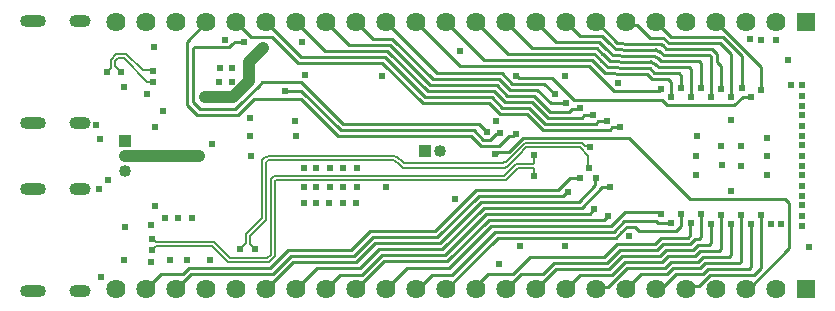
<source format=gbl>
G04*
G04 #@! TF.GenerationSoftware,Altium Limited,Altium Designer,24.10.1 (45)*
G04*
G04 Layer_Physical_Order=4*
G04 Layer_Color=16711680*
%FSLAX25Y25*%
%MOIN*%
G70*
G04*
G04 #@! TF.SameCoordinates,D3134D55-57E6-493F-9EDF-3C94872CC342*
G04*
G04*
G04 #@! TF.FilePolarity,Positive*
G04*
G01*
G75*
G04:AMPARAMS|DCode=47|XSize=39.37mil|YSize=86.61mil|CornerRadius=19.68mil|HoleSize=0mil|Usage=FLASHONLY|Rotation=270.000|XOffset=0mil|YOffset=0mil|HoleType=Round|Shape=RoundedRectangle|*
%AMROUNDEDRECTD47*
21,1,0.03937,0.04724,0,0,270.0*
21,1,0.00000,0.08661,0,0,270.0*
1,1,0.03937,-0.02362,0.00000*
1,1,0.03937,-0.02362,0.00000*
1,1,0.03937,0.02362,0.00000*
1,1,0.03937,0.02362,0.00000*
%
%ADD47ROUNDEDRECTD47*%
G04:AMPARAMS|DCode=48|XSize=39.37mil|YSize=70.87mil|CornerRadius=19.68mil|HoleSize=0mil|Usage=FLASHONLY|Rotation=270.000|XOffset=0mil|YOffset=0mil|HoleType=Round|Shape=RoundedRectangle|*
%AMROUNDEDRECTD48*
21,1,0.03937,0.03150,0,0,270.0*
21,1,0.00000,0.07087,0,0,270.0*
1,1,0.03937,-0.01575,0.00000*
1,1,0.03937,-0.01575,0.00000*
1,1,0.03937,0.01575,0.00000*
1,1,0.03937,0.01575,0.00000*
%
%ADD48ROUNDEDRECTD48*%
%ADD56C,0.01000*%
%ADD58C,0.00623*%
%ADD62C,0.06400*%
%ADD63R,0.06400X0.06400*%
%ADD64R,0.04000X0.04000*%
%ADD65C,0.04000*%
%ADD66R,0.04000X0.04000*%
%ADD67C,0.02400*%
%ADD69C,0.04000*%
D47*
X6752Y95000D02*
D03*
Y60984D02*
D03*
Y5000D02*
D03*
Y39016D02*
D03*
D48*
X22500Y95000D02*
D03*
Y60984D02*
D03*
Y5000D02*
D03*
Y39016D02*
D03*
D56*
X212828Y81336D02*
G03*
X212830Y81335I451J893D01*
G01*
X216339Y87001D02*
G03*
X216343Y87000I311J950D01*
G01*
X214488Y85336D02*
G03*
X214492Y85334I453J891D01*
G01*
X215877Y84636D02*
G03*
X215880Y84635I450J893D01*
G01*
X161979Y51300D02*
X165518D01*
X161279Y50600D02*
X161979Y51300D01*
X170018Y55800D02*
X205500D01*
X225866Y35434D01*
X160900Y50600D02*
X161279D01*
X165518Y51300D02*
X170018Y55800D01*
X249500Y72000D02*
Y79500D01*
X234500Y94500D02*
X249500Y79500D01*
X60041Y67787D02*
X60765Y67063D01*
X62415Y65414D01*
X60000Y67828D02*
X60041Y67787D01*
X60000Y67828D02*
Y85514D01*
X62415Y65414D02*
X74176D01*
X60000Y85514D02*
X60041Y85556D01*
X60586Y86100D01*
X72218D01*
X58000Y67000D02*
Y88000D01*
X64500Y94500D01*
X58000Y67000D02*
X61586Y63414D01*
X78654Y67063D02*
X80591Y69000D01*
X75005Y63414D02*
X78654Y67063D01*
X80591Y69000D02*
X82041D01*
X96025D01*
X108525Y56500D01*
X82041Y73279D02*
X83163Y74400D01*
X75826Y67063D02*
X82041Y73279D01*
X83163Y74400D02*
X96282D01*
X72218Y86100D02*
X73181Y87063D01*
X74118Y88000D01*
X77000D01*
X74176Y65414D02*
X75826Y67063D01*
X96282Y74400D02*
X110182Y60500D01*
X61586Y63414D02*
X75005D01*
X91843Y18500D02*
X112843D01*
X58672Y12500D02*
X85843D01*
X56672Y10500D02*
X58672Y12500D01*
X49500Y10500D02*
X56672D01*
X44500Y5500D02*
X49500Y10500D01*
X85843Y12500D02*
X91843Y18500D01*
X112843D02*
X119243Y24900D01*
X59500Y10500D02*
X86672D01*
X54500Y5500D02*
X59500Y10500D01*
X92672Y16500D02*
X113672D01*
X86672Y10500D02*
X92672Y16500D01*
X113672D02*
X120072Y22900D01*
X257466Y35434D02*
X258739Y34161D01*
X225866Y35434D02*
X257466D01*
X244500Y6000D02*
X245628D01*
X258739Y19111D02*
Y34161D01*
X245628Y6000D02*
X258739Y19111D01*
X244500Y5500D02*
Y6000D01*
X90800Y71700D02*
X96153D01*
X109353Y58500D01*
X108525Y56500D02*
X152853D01*
X165318D02*
X166900D01*
X162118Y53300D02*
X165318Y56500D01*
X156053Y53300D02*
X162118D01*
X152853Y56500D02*
X156053Y53300D01*
X166900Y56500D02*
X167700Y57300D01*
X153682Y58500D02*
X156882Y55300D01*
X162232Y57232D02*
X162500Y57500D01*
X159118Y55300D02*
X161050Y57232D01*
X162232D01*
X156882Y55300D02*
X159118D01*
X109353Y58500D02*
X153682D01*
X155500Y60500D02*
X158000Y58000D01*
X110182Y60500D02*
X155500D01*
X95000Y81000D02*
X123186D01*
X86303Y89697D02*
X95000Y81000D01*
X79303Y89697D02*
X86303D01*
X84500Y94500D02*
X96000Y83000D01*
X124015D01*
X74500Y94500D02*
X79303Y89697D01*
X199918Y59500D02*
X202500D01*
X199118Y58700D02*
X199918Y59500D01*
X144500Y94500D02*
X157200Y81800D01*
X164372D01*
X134500Y94500D02*
X149200Y79800D01*
X177884Y79800D02*
X192229Y79800D01*
X149200D02*
X177884D01*
X158940Y67500D02*
X162440Y64000D01*
X171386D01*
X136686Y67500D02*
X158940D01*
X123186Y81000D02*
X136686Y67500D01*
X176686Y58700D02*
X199118D01*
X171386Y64000D02*
X176686Y58700D01*
X124015Y83000D02*
X137515Y69500D01*
X159768D01*
X163268Y66000D02*
X172215D01*
X159768Y69500D02*
X163268Y66000D01*
X195218Y61400D02*
X198000D01*
X194518Y60700D02*
X195218Y61400D01*
X172215Y66000D02*
X177515Y60700D01*
X194518D01*
X188839Y65561D02*
X189079Y65800D01*
X186379Y65561D02*
X188839D01*
X185518Y64700D02*
X186379Y65561D01*
X189797Y62700D02*
X190597Y63500D01*
X193500D01*
X179172Y64700D02*
X185518D01*
X104000Y85000D02*
X124843D01*
X138343Y71500D02*
X160596D01*
X164096Y68000D02*
X173043D01*
X94500Y94500D02*
X104000Y85000D01*
X160596Y71500D02*
X164096Y68000D01*
X124843Y85000D02*
X138343Y71500D01*
X173043Y68000D02*
X178343Y62700D01*
X189797D01*
X157843Y30700D02*
X192300D01*
X193800Y32200D01*
X215399Y31200D02*
X216103Y30496D01*
X204025Y31200D02*
X215399D01*
X232114Y20200D02*
X232700Y20786D01*
Y27300D01*
X228358Y20200D02*
X232114D01*
X236200Y18786D02*
Y30300D01*
X229186Y18200D02*
X235614D01*
X236200Y18786D01*
X239400Y16786D02*
Y27300D01*
X238814Y16200D02*
X239400Y16786D01*
X230015Y16200D02*
X238814D01*
X230843Y14200D02*
X242314D01*
X242900Y14786D01*
Y30300D01*
X215399Y71550D02*
X216190Y72341D01*
X219400Y69500D02*
Y74600D01*
X213836Y77500D02*
X222000D01*
X222900Y76600D01*
Y72500D02*
Y76600D01*
X243318Y69500D02*
X246100D01*
X243000Y72500D02*
Y83172D01*
X240618Y66800D02*
X243318Y69500D01*
X218282Y66800D02*
X240618D01*
X216558Y68524D02*
X218282Y66800D01*
X235514Y80575D02*
X236100Y79989D01*
X228914Y81500D02*
X229500Y80914D01*
X235486Y80575D02*
X235514D01*
X234900Y81161D02*
Y83743D01*
Y81161D02*
X235486Y80575D01*
X239500Y69500D02*
Y83843D01*
X232900Y69600D02*
Y82914D01*
X226200Y69500D02*
Y78914D01*
X232314Y83500D02*
X232900Y82914D01*
X229500Y72500D02*
Y80914D01*
X236100Y72300D02*
Y79989D01*
X212000Y79336D02*
X212293Y79043D01*
X213836Y77500D01*
X215052Y82635D02*
X215166Y82521D01*
X213657Y83336D02*
X215052Y82635D01*
X215166Y82521D02*
X216186Y81500D01*
X218500Y75500D02*
X219400Y74600D01*
X213007Y75500D02*
X218500D01*
X211465Y77043D02*
X213007Y75500D01*
X211172Y77336D02*
X211465Y77043D01*
X214512Y80346D02*
X215358Y79500D01*
X214223Y80634D02*
X214512Y80346D01*
X212830Y81335D02*
X214223Y80634D01*
X215358Y79500D02*
X225614D01*
X226200Y78914D01*
X217015Y83500D02*
X232314D01*
X216186Y81500D02*
X228914D01*
X125672Y87000D02*
X139172Y73500D01*
X161425D02*
X164925Y70000D01*
X173872D02*
X179172Y64700D01*
X139172Y73500D02*
X161425D01*
X164925Y70000D02*
X173872D01*
X112000Y87000D02*
X125672D01*
X104500Y94500D02*
X112000Y87000D01*
X177286Y74000D02*
X180786Y70500D01*
X166582Y74000D02*
X177286D01*
X179300Y67400D02*
X184400D01*
X168779Y76000D02*
X179682D01*
X167700Y76700D02*
X168079D01*
X179682Y76000D02*
X187158Y68524D01*
X168079Y76700D02*
X168779Y76000D01*
X174700Y72000D02*
X179300Y67400D01*
X165753Y72000D02*
X174700D01*
X120000Y89000D02*
X126500D01*
X114500Y94500D02*
X120000Y89000D01*
X126500D02*
X140000Y75500D01*
X162253D01*
X165753Y72000D01*
X141500Y77500D02*
X163082D01*
X166582Y74000D01*
X124500Y94500D02*
X141500Y77500D01*
X187158Y68524D02*
X216558D01*
X200064Y83393D02*
X205543Y83336D01*
X213657Y83336D01*
X216343Y87000D02*
X216636Y86707D01*
X201900Y87374D02*
X205569Y87336D01*
X216636Y86707D02*
X217843Y85500D01*
X205569Y87336D02*
X215318Y87336D01*
X201612Y87663D02*
X201900Y87374D01*
X215318Y87336D02*
X216339Y87001D01*
X194774Y94500D02*
X201612Y87663D01*
X217843Y85500D02*
X233143D01*
X194500Y94500D02*
X194774D01*
X189200Y89800D02*
X196372D01*
X198470Y87755D02*
X198747Y87485D01*
X205559Y85336D02*
X214488Y85336D01*
X214492Y85334D02*
X215877Y84636D01*
X215880Y84635D02*
X217015Y83500D01*
X201063Y85383D02*
X205559Y85336D01*
X198747Y87485D02*
X201063Y85383D01*
X198464Y87760D02*
X198470Y87755D01*
X196372Y89800D02*
X198464Y87760D01*
X197507Y85889D02*
X200064Y83393D01*
X195543Y87800D02*
X197443Y85900D01*
X197507Y85889D01*
X181200Y87800D02*
X195543D01*
X173200Y85800D02*
X194715D01*
X199227Y81402D02*
X205538Y81336D01*
X196615Y83900D02*
X196668Y83899D01*
X205538Y81336D02*
X212828Y81336D01*
X196668Y83899D02*
X199227Y81402D01*
X194715Y85800D02*
X196615Y83900D01*
X195840Y81899D02*
X198328Y79411D01*
X195622Y82064D02*
X195840Y81899D01*
X205527Y79336D02*
X212000D01*
X193886Y83800D02*
X195622Y82064D01*
X198328Y79411D02*
X205527Y79336D01*
X197446Y77412D02*
X204699Y77336D01*
X211172D01*
X193058Y81800D02*
X197446Y77412D01*
X164372Y81800D02*
X193058Y81800D01*
X233143Y85500D02*
X234900Y83743D01*
X212464Y89336D02*
X216836D01*
X205423Y93577D02*
X208223D01*
X212464Y89336D01*
X204500Y94500D02*
X205423Y93577D01*
X194130Y77900D02*
X200479Y71550D01*
X215399D01*
X194130Y77900D02*
X194130D01*
X192229Y79800D02*
X194130Y77900D01*
X165200Y83800D02*
X193472D01*
X193886Y83800D01*
X235843Y87500D02*
X239500Y83843D01*
X218672Y87500D02*
X235843D01*
X219500Y89500D02*
X236672D01*
X243000Y83172D01*
X181882Y38700D02*
X185682Y42500D01*
X189000D01*
X154530Y38700D02*
X181882D01*
X119243Y24900D02*
X140729D01*
X154530Y38700D01*
X120072Y22900D02*
X141558D01*
X155358Y36700D01*
X183321D02*
X184621Y38000D01*
X185000D01*
X155358Y36700D02*
X183321D01*
X93500Y14500D02*
X114500D01*
X84500Y5500D02*
X93500Y14500D01*
X114500D02*
X120900Y20900D01*
X142386D01*
X156186Y34700D01*
X188872D01*
X194232Y40061D01*
Y42232D02*
X194500Y42500D01*
X194232Y40061D02*
Y42232D01*
X157015Y32700D02*
X189700D01*
X196500Y39500D01*
X199000D01*
X101500Y12500D02*
X115843D01*
X94500Y5500D02*
X101500Y12500D01*
X115843D02*
X122243Y18900D01*
X143215D01*
X157015Y32700D01*
X109200Y10200D02*
X116372D01*
X104500Y5500D02*
X109200Y10200D01*
X116372D02*
X123072Y16900D01*
X144043D01*
X157843Y30700D01*
X197179Y16200D02*
X201579Y20600D01*
X216091Y22600D02*
X225101D01*
X225900Y23399D01*
X214091Y20600D02*
X216091Y22600D01*
X201579Y20600D02*
X214091D01*
X225900Y23399D02*
Y27400D01*
X202307Y18500D02*
X214819D01*
X216919Y20600D01*
X225929D01*
X198007Y14200D02*
X202307Y18500D01*
X215648Y16500D02*
X217748Y18600D01*
X226758D01*
X203135Y16500D02*
X215648D01*
X203964Y14500D02*
X216476D01*
X218576Y16600D01*
X227586D01*
X217304Y12500D02*
X219404Y14600D01*
X204792Y12500D02*
X217304Y12500D01*
X219404Y14600D02*
X228415D01*
X218133Y10500D02*
X220233Y12600D01*
X229243D01*
X209500Y10500D02*
X218133D01*
X221061Y10600D02*
X230072D01*
X215961Y5500D02*
X221061Y10600D01*
X214500Y5500D02*
X215961D01*
X225929Y20600D02*
X227530Y22200D01*
X228914D01*
X229500Y22786D02*
Y30500D01*
X228914Y22200D02*
X229500Y22786D01*
X226758Y18600D02*
X228358Y20200D01*
X227586Y16600D02*
X229186Y18200D01*
X228415Y14600D02*
X230015Y16200D01*
X229243Y12600D02*
X230843Y14200D01*
X230072Y10600D02*
X231672Y12200D01*
X245414D01*
X232500Y10200D02*
X247000D01*
X225533Y6533D02*
X228833D01*
X232500Y10200D01*
X224500Y5500D02*
X225533Y6533D01*
X123900Y14900D02*
X144872D01*
X197214Y28700D02*
X198435Y29921D01*
X158672Y28700D02*
X197214D01*
X144872Y14900D02*
X158672Y28700D01*
X198435Y29921D02*
X198500D01*
X159500Y26700D02*
X199525D01*
X131500Y12500D02*
X145300D01*
X159500Y26700D01*
X124500Y5500D02*
X131500Y12500D01*
X114500Y5500D02*
X123900Y14900D01*
X160872Y24700D02*
X200353D01*
X139889Y10200D02*
X146372D01*
X160872Y24700D01*
X135189Y5500D02*
X139889Y10200D01*
X134500Y5500D02*
X135189D01*
X144500D02*
X161700Y22700D01*
X201200D01*
X200353Y24700D02*
X203953Y28300D01*
X214481D02*
X215281Y27500D01*
X203953Y28300D02*
X214481D01*
X199525Y26700D02*
X204025Y31200D01*
X204600Y26100D02*
X207400D01*
X201200Y22700D02*
X202900Y24400D01*
Y24418D02*
X204482Y26000D01*
X202900Y24400D02*
Y24418D01*
X204500Y26000D02*
X204600Y26100D01*
X204482Y26000D02*
X204500D01*
X215281Y27500D02*
X219300D01*
X207400Y26100D02*
X208700Y24800D01*
X221173D01*
X222800Y26427D01*
Y30500D01*
X154500Y5500D02*
Y6500D01*
X158500Y10500D01*
X166672D01*
X172372Y16200D01*
X197179D01*
X225900Y27400D02*
X226000Y27500D01*
X245414Y12200D02*
X246000Y12786D01*
Y27300D01*
X249500Y12700D02*
Y30300D01*
X247000Y10200D02*
X249500Y12700D01*
X164500Y5500D02*
X169614Y10614D01*
X176786D01*
X180372Y14200D01*
X198007D01*
X195177Y6177D02*
X198470D01*
X204792Y12500D01*
X194500Y5500D02*
X195177Y6177D01*
X174500Y5500D02*
X181200Y12200D01*
X198836D01*
X203135Y16500D01*
X199664Y10200D02*
X203964Y14500D01*
X189200Y10200D02*
X199664D01*
X184500Y5500D02*
X189200Y10200D01*
X204500Y5500D02*
X209500Y10500D01*
X154500Y94500D02*
X165200Y83800D01*
X164500Y94500D02*
X173200Y85800D01*
X174500Y94500D02*
X181200Y87800D01*
X184500Y94500D02*
X189200Y89800D01*
X216836Y89336D02*
X218672Y87500D01*
X214500Y94500D02*
X219500Y89500D01*
D58*
X167798Y51301D02*
G03*
X167796Y51299I1006J-1006D01*
G01*
X164095Y47704D02*
G03*
X164357Y47860I-177J597D01*
G01*
X168802Y50292D02*
G03*
X168805Y50295I-1004J1009D01*
G01*
X130117Y47870D02*
G03*
X130114Y47872I-892J-1109D01*
G01*
X130504Y47560D02*
G03*
X130894Y47423I389J486D01*
G01*
X163044D02*
G03*
X163219Y47448I0J623D01*
G01*
X128236Y49376D02*
G03*
X126960Y49823I-1276J-1599D01*
G01*
X127347Y48265D02*
G03*
X126960Y48400I-387J-488D01*
G01*
X85223D02*
G03*
X84600Y47777I0J-623D01*
G01*
X83177Y48625D02*
G03*
X83377Y48776I-268J562D01*
G01*
X85223Y49823D02*
G03*
X83686Y49127I0J-2046D01*
G01*
X43308Y78392D02*
X46707D01*
X34500Y83800D02*
X37900D01*
X43308Y78392D01*
X44800Y74700D02*
X46800D01*
X37123Y82377D02*
X44800Y74700D01*
X35089Y82377D02*
X37123D01*
X34123Y79877D02*
Y81411D01*
X35089Y82377D01*
X34123Y79877D02*
X36100Y77900D01*
X32700Y79265D02*
Y82000D01*
X34500Y83800D01*
X31300Y77865D02*
X32700Y79265D01*
X46707Y78392D02*
X46800Y78300D01*
X86023Y16971D02*
Y42136D01*
X87446Y16382D02*
Y41547D01*
X86023Y42136D02*
X87222Y43334D01*
X164446Y41912D02*
X168423Y45889D01*
X87446Y41547D02*
X87811Y41912D01*
X164446D01*
X87222Y43334D02*
X163857D01*
X85464Y14400D02*
X87446Y16382D01*
X71800Y14400D02*
X85464D01*
X72389Y15823D02*
X84875D01*
X86023Y16971D01*
X66973Y21239D02*
X72389Y15823D01*
X48183Y21239D02*
X66973D01*
X48773Y19816D02*
X66384D01*
X71800Y14400D01*
X47653Y21226D02*
X48169D01*
X46565Y18700D02*
X47667Y19802D01*
X46400Y22300D02*
X46579D01*
X48169Y21226D02*
X48183Y21239D01*
X48759Y19802D02*
X48773Y19816D01*
X46579Y22300D02*
X47653Y21226D01*
X47667Y19802D02*
X48759D01*
X46400Y18700D02*
X46565D01*
X167834Y47311D02*
X173519D01*
X163857Y43334D02*
X167834Y47311D01*
X168423Y45889D02*
X173519D01*
Y47311D02*
X173900Y47692D01*
Y50100D01*
X173519Y45889D02*
X173884Y45524D01*
Y43116D02*
Y45524D01*
X173868Y43100D02*
X173884Y43116D01*
X163783Y46000D02*
X164791Y46281D01*
X168802Y50292D01*
X168805Y50295D02*
X171275Y52766D01*
X189059D01*
X164357Y47860D02*
X167796Y51299D01*
X167798Y51301D02*
X170686Y54189D01*
X163219Y47448D02*
X164095Y47704D01*
X170686Y54189D02*
X189755D01*
X129554Y46498D02*
X130052Y46000D01*
X163783D01*
X128843Y47067D02*
X129554Y46498D01*
X127347Y48265D02*
X128843Y47067D01*
X130894Y47423D02*
X163044D01*
X130117Y47870D02*
X130504Y47560D01*
X128236Y49376D02*
X130114Y47872D01*
X85223Y49823D02*
X126960D01*
X85223Y48400D02*
X126960D01*
X84600Y28600D02*
X84600Y47777D01*
X83377Y48776D02*
X83686Y49127D01*
X189059Y52766D02*
X191883Y49941D01*
Y47442D02*
Y49941D01*
Y47442D02*
X191910Y47415D01*
Y46158D02*
X192168Y45900D01*
X191910Y46158D02*
Y47415D01*
X83177Y29189D02*
Y48625D01*
X77777Y23789D02*
X83177Y29189D01*
X79200Y23200D02*
X84600Y28600D01*
X189755Y54189D02*
X190785Y53158D01*
X192042D02*
X192300Y52900D01*
X190785Y53158D02*
X192042D01*
X75800Y18900D02*
X77777Y20877D01*
Y23789D01*
X79200Y20600D02*
X80900Y18900D01*
X79200Y20600D02*
Y23200D01*
D62*
X34500Y94500D02*
D03*
X44500D02*
D03*
X54500D02*
D03*
X64500D02*
D03*
X74500D02*
D03*
X84500D02*
D03*
X94500D02*
D03*
X104500D02*
D03*
X114500D02*
D03*
X124500D02*
D03*
X134500D02*
D03*
X144500D02*
D03*
X154500D02*
D03*
X164500D02*
D03*
X174500D02*
D03*
X184500D02*
D03*
X194500D02*
D03*
X204500D02*
D03*
X214500D02*
D03*
X224500D02*
D03*
X234500D02*
D03*
X244500D02*
D03*
X254500D02*
D03*
Y5500D02*
D03*
X244500D02*
D03*
X234500D02*
D03*
X224500D02*
D03*
X214500D02*
D03*
X204500D02*
D03*
X194500D02*
D03*
X184500D02*
D03*
X174500D02*
D03*
X164500D02*
D03*
X154500D02*
D03*
X144500D02*
D03*
X134500D02*
D03*
X124500D02*
D03*
X114500D02*
D03*
X104500D02*
D03*
X94500D02*
D03*
X84500D02*
D03*
X74500D02*
D03*
X64500D02*
D03*
X54500D02*
D03*
X44500D02*
D03*
X34500D02*
D03*
D63*
X264500Y94500D02*
D03*
Y5500D02*
D03*
D64*
X137600Y51600D02*
D03*
D65*
X142600D02*
D03*
X37500Y45000D02*
D03*
Y50000D02*
D03*
D66*
Y55000D02*
D03*
D67*
X236300Y46900D02*
D03*
X242700Y46700D02*
D03*
Y53100D02*
D03*
X236100Y53200D02*
D03*
X184000Y76500D02*
D03*
X249500Y72000D02*
D03*
X184000Y20000D02*
D03*
X160900Y50600D02*
D03*
X83500Y86000D02*
D03*
X64000Y69500D02*
D03*
X62000Y50000D02*
D03*
X68800Y74700D02*
D03*
X69000Y79100D02*
D03*
X73200Y79200D02*
D03*
Y74700D02*
D03*
X94300Y56400D02*
D03*
X94200Y61400D02*
D03*
X29000Y55600D02*
D03*
X27800Y60100D02*
D03*
X44900Y70600D02*
D03*
X50000Y64800D02*
D03*
X47500Y59600D02*
D03*
X37200Y72900D02*
D03*
X46800Y74700D02*
D03*
X36100Y77900D02*
D03*
X31300Y77865D02*
D03*
X46800Y78300D02*
D03*
X29600Y9700D02*
D03*
X147600Y35600D02*
D03*
X37000Y15300D02*
D03*
X37600Y26200D02*
D03*
X46400Y18700D02*
D03*
X46100Y14700D02*
D03*
Y26900D02*
D03*
X46400Y22300D02*
D03*
X173868Y43100D02*
D03*
X173900Y50100D02*
D03*
X124500Y39600D02*
D03*
X75800Y18900D02*
D03*
X80900D02*
D03*
X192168Y45900D02*
D03*
X192300Y52900D02*
D03*
X47600Y33200D02*
D03*
X31800Y42000D02*
D03*
X28900Y38800D02*
D03*
X65700Y15300D02*
D03*
X52573Y15110D02*
D03*
X55000Y29200D02*
D03*
X59800Y29300D02*
D03*
X50900Y29200D02*
D03*
X97200Y46000D02*
D03*
X101200Y45900D02*
D03*
X105700Y46000D02*
D03*
X110200D02*
D03*
X114700D02*
D03*
X97200Y39600D02*
D03*
X101200Y39500D02*
D03*
X105700Y39600D02*
D03*
X110200D02*
D03*
X114700D02*
D03*
X114600Y34300D02*
D03*
X110000Y34100D02*
D03*
X105500D02*
D03*
X101100Y34200D02*
D03*
X97100Y34300D02*
D03*
X58200Y15200D02*
D03*
X90800Y71700D02*
D03*
X167700Y57300D02*
D03*
X70700Y88400D02*
D03*
X47000Y86100D02*
D03*
X66400Y53900D02*
D03*
X79297Y49900D02*
D03*
X79100Y56400D02*
D03*
Y62400D02*
D03*
X162500Y57500D02*
D03*
X158000Y58000D02*
D03*
X77000Y88000D02*
D03*
X96500D02*
D03*
X97500Y77000D02*
D03*
X161000Y61500D02*
D03*
X149000Y85000D02*
D03*
X123228Y76376D02*
D03*
X198000Y61400D02*
D03*
X193500Y63500D02*
D03*
X194500Y42500D02*
D03*
X202500Y59500D02*
D03*
X189079Y65800D02*
D03*
X226200Y69500D02*
D03*
X216190Y72341D02*
D03*
X222900Y72500D02*
D03*
X219400Y69500D02*
D03*
X239500D02*
D03*
X246100D02*
D03*
X232900Y69600D02*
D03*
X236100Y72300D02*
D03*
X229500Y72500D02*
D03*
X243000D02*
D03*
X263000Y66500D02*
D03*
Y70000D02*
D03*
Y73500D02*
D03*
X259574Y73624D02*
D03*
X258600Y81900D02*
D03*
X180786Y70500D02*
D03*
X184400Y67400D02*
D03*
X167700Y76700D02*
D03*
X189000Y42500D02*
D03*
X185000Y38000D02*
D03*
X199000Y39500D02*
D03*
X193800Y32200D02*
D03*
X198500Y29921D02*
D03*
X205600Y23300D02*
D03*
X216103Y30496D02*
D03*
X162000Y14000D02*
D03*
X169000Y20000D02*
D03*
X265500Y19500D02*
D03*
X263000Y26500D02*
D03*
Y30000D02*
D03*
Y33500D02*
D03*
Y36500D02*
D03*
Y40000D02*
D03*
Y43500D02*
D03*
Y46500D02*
D03*
Y50000D02*
D03*
Y53500D02*
D03*
Y56500D02*
D03*
Y60000D02*
D03*
Y63500D02*
D03*
X254500Y88500D02*
D03*
X249500D02*
D03*
X245900Y88900D02*
D03*
X239613Y61866D02*
D03*
X251366Y55887D02*
D03*
Y49887D02*
D03*
Y43387D02*
D03*
X239387Y38134D02*
D03*
X227634Y43613D02*
D03*
X227834Y50013D02*
D03*
X227956Y56500D02*
D03*
X201750Y74250D02*
D03*
X256039Y27300D02*
D03*
X252693D02*
D03*
X249500Y30300D02*
D03*
X246000Y27300D02*
D03*
X242900Y30300D02*
D03*
X239400Y27300D02*
D03*
X236200Y30300D02*
D03*
X232700Y27300D02*
D03*
X229500Y30500D02*
D03*
X226000Y27500D02*
D03*
X222800Y30500D02*
D03*
X219300Y27500D02*
D03*
D69*
X78687Y81187D02*
X83500Y86000D01*
X78687Y74813D02*
Y81187D01*
X73374Y69500D02*
X78687Y74813D01*
X64000Y69500D02*
X73374D01*
X37500Y50000D02*
X62000D01*
M02*

</source>
